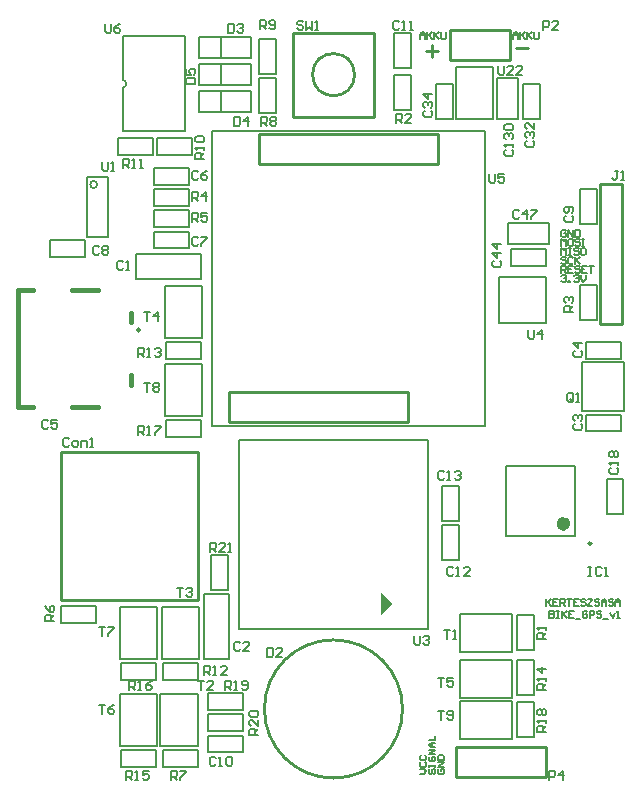
<source format=gto>
G04 Layer_Color=65535*
%FSTAX24Y24*%
%MOIN*%
G70*
G01*
G75*
%ADD34C,0.0080*%
%ADD35C,0.0100*%
%ADD48C,0.0098*%
%ADD49C,0.0236*%
%ADD50C,0.0079*%
%ADD51C,0.0150*%
%ADD52C,0.0050*%
G36*
X08062Y045761D02*
X08021Y045381D01*
Y046141D01*
X08062Y045761D01*
D02*
G37*
D34*
X07161Y062975D02*
G03*
X07161Y063225I0J000125D01*
G01*
X075491Y044914D02*
X08179D01*
X075491Y051213D02*
X08179D01*
X0818Y044931D02*
Y051211D01*
X07548Y044921D02*
Y051211D01*
X070731Y045124D02*
Y045676D01*
X06955D02*
X070731D01*
X06955Y045124D02*
Y045676D01*
Y045124D02*
X070731D01*
X074565Y046209D02*
X075116D01*
Y047391D01*
X074565D02*
X075116D01*
X074565Y046209D02*
Y047391D01*
X07433Y04392D02*
X07515D01*
Y04608D01*
X07433D02*
X07515D01*
X07433Y04392D02*
Y04608D01*
X07291Y043934D02*
X07417D01*
X07291Y045666D02*
X07417D01*
X07291Y043934D02*
Y045666D01*
X07417Y043934D02*
Y045666D01*
X07151Y043934D02*
X07277D01*
X07151Y045666D02*
X07277D01*
X07151Y043934D02*
Y045666D01*
X07277Y043934D02*
Y045666D01*
X072731Y043224D02*
Y043776D01*
X07155D02*
X072731D01*
X07155Y043224D02*
Y043776D01*
Y043224D02*
X072731D01*
X07295D02*
Y043776D01*
Y043224D02*
X074131D01*
Y043776D01*
X07295D02*
X074131D01*
X072873Y041035D02*
X074133D01*
X072873Y042767D02*
X074133D01*
X072873Y041035D02*
Y042767D01*
X074133Y041035D02*
Y042767D01*
X07151Y041034D02*
X07277D01*
X07151Y042766D02*
X07277D01*
X07151Y041034D02*
Y042766D01*
X07277Y041034D02*
Y042766D01*
X07445Y041524D02*
Y042076D01*
Y041524D02*
X075631D01*
Y042076D01*
X07445D02*
X075631D01*
X075631Y042224D02*
Y042776D01*
X07445D02*
X075631D01*
X07445Y042224D02*
Y042776D01*
Y042224D02*
X075631D01*
X07445Y040824D02*
Y04137D01*
Y040824D02*
X075631D01*
Y04137D01*
X07445D02*
X075631D01*
X07295Y040324D02*
Y040876D01*
Y040324D02*
X074131D01*
Y040876D01*
X07295D02*
X074131D01*
X072731Y040324D02*
Y040876D01*
X07155D02*
X072731D01*
X07155Y040324D02*
Y040876D01*
Y040324D02*
X072731D01*
X084765Y042491D02*
X085316D01*
X084765Y041309D02*
Y042491D01*
Y041309D02*
X085316D01*
Y042491D01*
X084765Y042709D02*
X085316D01*
Y043891D01*
X084765D02*
X085316D01*
X084765Y042709D02*
Y043891D01*
X084765Y044209D02*
X085316D01*
Y045391D01*
X084765D02*
X085316D01*
X084765Y044209D02*
Y045391D01*
X084606Y04127D02*
Y04253D01*
X082874Y04127D02*
Y04253D01*
Y04127D02*
X084606D01*
X082874Y04253D02*
X084606D01*
X084592Y042633D02*
Y043893D01*
X08286Y042633D02*
Y043893D01*
Y042633D02*
X084592D01*
X08286Y043893D02*
X084592D01*
X084606Y04417D02*
Y04543D01*
X082874Y04417D02*
Y04543D01*
Y04417D02*
X084606D01*
X082874Y04543D02*
X084606D01*
X08227Y047209D02*
X082816D01*
Y048391D01*
X08227D02*
X082816D01*
X08227Y047209D02*
Y048391D01*
Y048509D02*
X082816D01*
Y049691D01*
X08227D02*
X082816D01*
X08227Y048509D02*
Y049691D01*
X087749Y048746D02*
X088295D01*
Y049927D01*
X087749D02*
X088295D01*
X087749Y048746D02*
Y049927D01*
X088231Y05393D02*
Y054476D01*
X08705D02*
X088231D01*
X08705Y05393D02*
Y054476D01*
Y05393D02*
X088231D01*
X08705Y051524D02*
Y05207D01*
Y051524D02*
X088231D01*
Y05207D01*
X08705D02*
X088231D01*
X08693Y053837D02*
X08831D01*
X08693Y052177D02*
Y053837D01*
Y052177D02*
X08831D01*
Y053837D01*
X08687Y058409D02*
X087416D01*
Y059591D01*
X08687D02*
X087416D01*
X08687Y058409D02*
Y059591D01*
X086865Y056391D02*
X087416D01*
X086865Y055209D02*
Y056391D01*
Y055209D02*
X087416D01*
Y056391D01*
X085731Y05703D02*
Y057576D01*
X08455D02*
X085731D01*
X08455Y05703D02*
Y057576D01*
Y05703D02*
X085731D01*
X08416Y05513D02*
Y05667D01*
Y05513D02*
X08572D01*
Y05667D01*
X08416D02*
X08572D01*
X08446Y058454D02*
X08582D01*
Y057746D02*
Y058454D01*
X08446Y057746D02*
X08582D01*
X08446D02*
Y058454D01*
X073931Y060724D02*
Y061276D01*
X07275D02*
X073931D01*
X07275Y060724D02*
Y061276D01*
Y060724D02*
X073931D01*
X073831Y05973D02*
Y060276D01*
X07265D02*
X073831D01*
X07265Y05973D02*
Y060276D01*
Y05973D02*
X073831D01*
X072631Y060724D02*
Y061276D01*
X07145D02*
X072631D01*
X07145Y060724D02*
Y061276D01*
Y060724D02*
X072631D01*
X069191Y057338D02*
Y057883D01*
Y057338D02*
X070373D01*
Y057883D01*
X069191D02*
X070373D01*
X074231Y051324D02*
Y051876D01*
X07305D02*
X074231D01*
X07305Y051324D02*
Y051876D01*
Y051324D02*
X074231D01*
X07301Y052034D02*
X07427D01*
X07301Y053766D02*
X07427D01*
X07301Y052034D02*
Y053766D01*
X07427Y052034D02*
Y053766D01*
X07305Y053924D02*
Y054476D01*
Y053924D02*
X074231D01*
Y054476D01*
X07305D02*
X074231D01*
X07301Y054634D02*
X07427D01*
X07301Y056366D02*
X07427D01*
X07301Y054634D02*
Y056366D01*
X07427Y054634D02*
Y056366D01*
X07422Y05659D02*
Y05741D01*
X07206D02*
X07422D01*
X07206Y05659D02*
Y05741D01*
Y05659D02*
X07422D01*
X07265Y057624D02*
Y05817D01*
Y057624D02*
X073831D01*
Y05817D01*
X07265D02*
X073831D01*
X07265Y058324D02*
Y058876D01*
Y058324D02*
X073831D01*
Y058876D01*
X07265D02*
X073831D01*
X07265Y059024D02*
Y059576D01*
Y059024D02*
X073831D01*
Y059576D01*
X07265D02*
X073831D01*
X07161Y06151D02*
Y062975D01*
Y063225D02*
Y06469D01*
X07368D01*
Y06151D02*
Y06469D01*
X07161Y06151D02*
X07368D01*
X074174Y063754D02*
X075906D01*
Y063046D02*
Y063754D01*
X074174Y063046D02*
X075906D01*
X074174D02*
Y063754D01*
X074883Y063085D02*
Y063754D01*
X074174Y062854D02*
X075906D01*
Y062146D02*
Y062854D01*
X074174Y062146D02*
X075906D01*
X074174D02*
Y062854D01*
X074883Y062185D02*
Y062854D01*
X076165Y062109D02*
X076716D01*
Y063291D01*
X076165D02*
X076716D01*
X076165Y062109D02*
Y063291D01*
X074174Y064654D02*
X075906D01*
Y063946D02*
Y064654D01*
X074174Y063946D02*
X075906D01*
X074174D02*
Y064654D01*
X074883Y063985D02*
Y064654D01*
X074591Y061528D02*
X083681D01*
X074591Y051688D02*
Y061528D01*
Y051688D02*
X083691D01*
Y061528D01*
X080665Y062209D02*
X081216D01*
Y063391D01*
X080665D02*
X081216D01*
X080665Y062209D02*
Y063391D01*
Y064791D02*
X08121D01*
X080665Y063609D02*
Y064791D01*
Y063609D02*
X08121D01*
Y064791D01*
X08397Y061934D02*
Y063666D01*
X08271Y061934D02*
Y063666D01*
X08397D01*
X08271Y061934D02*
X08397D01*
X08207Y061909D02*
X082616D01*
Y063091D01*
X08207D02*
X082616D01*
X08207Y061909D02*
Y063091D01*
X084086Y06192D02*
Y06328D01*
X084795D01*
Y06192D02*
Y06328D01*
X084086Y06192D02*
X084795D01*
X084965Y063091D02*
X08551D01*
X084965Y061909D02*
Y063091D01*
Y061909D02*
X08551D01*
Y063091D01*
X076165Y063409D02*
X076716D01*
Y064591D01*
X076165D02*
X076716D01*
X076165Y063409D02*
Y064591D01*
X08134Y0447D02*
Y04445D01*
X08139Y0444D01*
X08149D01*
X08154Y04445D01*
Y0447D01*
X08164Y04465D02*
X08169Y0447D01*
X08179D01*
X08184Y04465D01*
Y0446D01*
X08179Y04455D01*
X08174D01*
X08179D01*
X08184Y0445D01*
Y04445D01*
X08179Y0444D01*
X08169D01*
X08164Y04445D01*
X06934Y0452D02*
X06904D01*
Y04535D01*
X06909Y0454D01*
X06919D01*
X06924Y04535D01*
Y0452D01*
Y0453D02*
X06934Y0454D01*
X06904Y0457D02*
X06909Y0456D01*
X06919Y0455D01*
X06929D01*
X06934Y04555D01*
Y04565D01*
X06929Y0457D01*
X06924D01*
X06919Y04565D01*
Y0455D01*
X07454Y0475D02*
Y0478D01*
X07469D01*
X07474Y04775D01*
Y04765D01*
X07469Y0476D01*
X07454D01*
X07464D02*
X07474Y0475D01*
X07504D02*
X07484D01*
X07504Y0477D01*
Y04775D01*
X07499Y0478D01*
X07489D01*
X07484Y04775D01*
X07514Y0475D02*
X07524D01*
X07519D01*
Y0478D01*
X07514Y04775D01*
X07554Y04445D02*
X07549Y0445D01*
X07539D01*
X07534Y04445D01*
Y04425D01*
X07539Y0442D01*
X07549D01*
X07554Y04425D01*
X07584Y0442D02*
X07564D01*
X07584Y0444D01*
Y04445D01*
X07579Y0445D01*
X07569D01*
X07564Y04445D01*
X07344Y0463D02*
X07364D01*
X07354D01*
Y046D01*
X07374Y04625D02*
X07379Y0463D01*
X07389D01*
X07394Y04625D01*
Y0462D01*
X07389Y04615D01*
X07384D01*
X07389D01*
X07394Y0461D01*
Y04605D01*
X07389Y046D01*
X07379D01*
X07374Y04605D01*
X07084Y045D02*
X07104D01*
X07094D01*
Y0447D01*
X07114Y045D02*
X07134D01*
Y04495D01*
X07114Y04475D01*
Y0447D01*
X07184Y0429D02*
Y0432D01*
X07199D01*
X07204Y04315D01*
Y04305D01*
X07199Y043D01*
X07184D01*
X07194D02*
X07204Y0429D01*
X07214D02*
X07224D01*
X07219D01*
Y0432D01*
X07214Y04315D01*
X07259Y0432D02*
X07249Y04315D01*
X07239Y04305D01*
Y04295D01*
X07244Y0429D01*
X07254D01*
X07259Y04295D01*
Y043D01*
X07254Y04305D01*
X07239D01*
X07434Y0434D02*
Y0437D01*
X07449D01*
X07454Y04365D01*
Y04355D01*
X07449Y0435D01*
X07434D01*
X07444D02*
X07454Y0434D01*
X07464D02*
X07474D01*
X07469D01*
Y0437D01*
X07464Y04365D01*
X07509Y0434D02*
X07489D01*
X07509Y0436D01*
Y04365D01*
X07504Y0437D01*
X07494D01*
X07489Y04365D01*
X07414Y0432D02*
X07434D01*
X07424D01*
Y0429D01*
X07464D02*
X07444D01*
X07464Y0431D01*
Y04315D01*
X07459Y0432D01*
X07449D01*
X07444Y04315D01*
X07084Y0424D02*
X07104D01*
X07094D01*
Y0421D01*
X07134Y0424D02*
X07124Y04235D01*
X07114Y04225D01*
Y04215D01*
X07119Y0421D01*
X07129D01*
X07134Y04215D01*
Y0422D01*
X07129Y04225D01*
X07114D01*
X07614Y0414D02*
X07584D01*
Y04155D01*
X07589Y0416D01*
X07599D01*
X07604Y04155D01*
Y0414D01*
Y0415D02*
X07614Y0416D01*
Y0419D02*
Y0417D01*
X07594Y0419D01*
X07589D01*
X07584Y04185D01*
Y04175D01*
X07589Y0417D01*
Y042D02*
X07584Y04205D01*
Y04215D01*
X07589Y0422D01*
X07609D01*
X07614Y04215D01*
Y04205D01*
X07609Y042D01*
X07589D01*
X07504Y0429D02*
Y0432D01*
X07519D01*
X07524Y04315D01*
Y04305D01*
X07519Y043D01*
X07504D01*
X07514D02*
X07524Y0429D01*
X07534D02*
X07544D01*
X07539D01*
Y0432D01*
X07534Y04315D01*
X07559Y04295D02*
X07564Y0429D01*
X07574D01*
X07579Y04295D01*
Y04315D01*
X07574Y0432D01*
X07564D01*
X07559Y04315D01*
Y0431D01*
X07564Y04305D01*
X07579D01*
X074713Y040623D02*
X074663Y040673D01*
X074563D01*
X074513Y040623D01*
Y040423D01*
X074563Y040373D01*
X074663D01*
X074713Y040423D01*
X074813Y040373D02*
X074913D01*
X074863D01*
Y040673D01*
X074813Y040623D01*
X075063D02*
X075113Y040673D01*
X075213D01*
X075263Y040623D01*
Y040423D01*
X075213Y040373D01*
X075113D01*
X075063Y040423D01*
Y040623D01*
X07324Y0399D02*
Y0402D01*
X07339D01*
X07344Y04015D01*
Y04005D01*
X07339Y04D01*
X07324D01*
X07334D02*
X07344Y0399D01*
X07354Y0402D02*
X07374D01*
Y04015D01*
X07354Y03995D01*
Y0399D01*
X07174D02*
Y0402D01*
X07189D01*
X07194Y04015D01*
Y04005D01*
X07189Y04D01*
X07174D01*
X07184D02*
X07194Y0399D01*
X07204D02*
X07214D01*
X07209D01*
Y0402D01*
X07204Y04015D01*
X07249Y0402D02*
X07229D01*
Y04005D01*
X07239Y0401D01*
X07244D01*
X07249Y04005D01*
Y03995D01*
X07244Y0399D01*
X07234D01*
X07229Y03995D01*
X07644Y0443D02*
Y044D01*
X07659D01*
X07664Y04405D01*
Y04425D01*
X07659Y0443D01*
X07644D01*
X07694Y044D02*
X07674D01*
X07694Y0442D01*
Y04425D01*
X07689Y0443D01*
X07679D01*
X07674Y04425D01*
X08574Y0415D02*
X08544D01*
Y04165D01*
X08549Y0417D01*
X08559D01*
X08564Y04165D01*
Y0415D01*
Y0416D02*
X08574Y0417D01*
Y0418D02*
Y0419D01*
Y04185D01*
X08544D01*
X08549Y0418D01*
Y04205D02*
X08544Y0421D01*
Y0422D01*
X08549Y04225D01*
X08554D01*
X08559Y0422D01*
X08564Y04225D01*
X08569D01*
X08574Y0422D01*
Y0421D01*
X08569Y04205D01*
X08564D01*
X08559Y0421D01*
X08554Y04205D01*
X08549D01*
X08559Y0421D02*
Y0422D01*
X08574Y0429D02*
X08544D01*
Y04305D01*
X08549Y0431D01*
X08559D01*
X08564Y04305D01*
Y0429D01*
Y043D02*
X08574Y0431D01*
Y0432D02*
Y0433D01*
Y04325D01*
X08544D01*
X08549Y0432D01*
X08574Y0436D02*
X08544D01*
X08559Y04345D01*
Y04365D01*
X08574Y0446D02*
X08544D01*
Y04475D01*
X08549Y0448D01*
X08559D01*
X08564Y04475D01*
Y0446D01*
Y0447D02*
X08574Y0448D01*
Y0449D02*
Y045D01*
Y04495D01*
X08544D01*
X08549Y0449D01*
X08584Y0399D02*
Y0402D01*
X08599D01*
X08604Y04015D01*
Y04005D01*
X08599Y04D01*
X08584D01*
X08629Y0399D02*
Y0402D01*
X08614Y04005D01*
X08634D01*
X08214Y0422D02*
X08234D01*
X08224D01*
Y0419D01*
X08244Y04195D02*
X08249Y0419D01*
X08259D01*
X08264Y04195D01*
Y04215D01*
X08259Y0422D01*
X08249D01*
X08244Y04215D01*
Y0421D01*
X08249Y04205D01*
X08264D01*
X08214Y0433D02*
X08234D01*
X08224D01*
Y043D01*
X08264Y0433D02*
X08244D01*
Y04315D01*
X08254Y0432D01*
X08259D01*
X08264Y04315D01*
Y04305D01*
X08259Y043D01*
X08249D01*
X08244Y04305D01*
X08234Y0449D02*
X08254D01*
X08244D01*
Y0446D01*
X08264D02*
X08274D01*
X08269D01*
Y0449D01*
X08264Y04485D01*
X08264Y04695D02*
X08259Y047D01*
X08249D01*
X08244Y04695D01*
Y04675D01*
X08249Y0467D01*
X08259D01*
X08264Y04675D01*
X08274Y0467D02*
X08284D01*
X08279D01*
Y047D01*
X08274Y04695D01*
X08319Y0467D02*
X08299D01*
X08319Y0469D01*
Y04695D01*
X08314Y047D01*
X08304D01*
X08299Y04695D01*
X08234Y05015D02*
X08229Y0502D01*
X08219D01*
X08214Y05015D01*
Y04995D01*
X08219Y0499D01*
X08229D01*
X08234Y04995D01*
X08244Y0499D02*
X08254D01*
X08249D01*
Y0502D01*
X08244Y05015D01*
X08269D02*
X08274Y0502D01*
X08284D01*
X08289Y05015D01*
Y0501D01*
X08284Y05005D01*
X08279D01*
X08284D01*
X08289Y05D01*
Y04995D01*
X08284Y0499D01*
X08274D01*
X08269Y04995D01*
X08714Y047D02*
X08724D01*
X08719D01*
Y0467D01*
X08714D01*
X08724D01*
X08759Y04695D02*
X08754Y047D01*
X08744D01*
X08739Y04695D01*
Y04675D01*
X08744Y0467D01*
X08754D01*
X08759Y04675D01*
X08769Y0467D02*
X08779D01*
X08774D01*
Y047D01*
X08769Y04695D01*
X08789Y0503D02*
X08784Y05025D01*
Y05015D01*
X08789Y0501D01*
X08809D01*
X08814Y05015D01*
Y05025D01*
X08809Y0503D01*
X08814Y0504D02*
Y0505D01*
Y05045D01*
X08784D01*
X08789Y0504D01*
Y05065D02*
X08784Y0507D01*
Y0508D01*
X08789Y05085D01*
X08794D01*
X08799Y0508D01*
X08804Y05085D01*
X08809D01*
X08814Y0508D01*
Y0507D01*
X08809Y05065D01*
X08804D01*
X08799Y0507D01*
X08794Y05065D01*
X08789D01*
X08799Y0507D02*
Y0508D01*
X08669Y0542D02*
X08664Y05415D01*
Y05405D01*
X08669Y054D01*
X08689D01*
X08694Y05405D01*
Y05415D01*
X08689Y0542D01*
X08694Y05445D02*
X08664D01*
X08679Y0543D01*
Y0545D01*
X08669Y051767D02*
X08664Y051717D01*
Y051617D01*
X08669Y051567D01*
X08689D01*
X08694Y051617D01*
Y051717D01*
X08689Y051767D01*
X08669Y051867D02*
X08664Y051917D01*
Y052017D01*
X08669Y052067D01*
X08674D01*
X08679Y052017D01*
Y051967D01*
Y052017D01*
X08684Y052067D01*
X08689D01*
X08694Y052017D01*
Y051917D01*
X08689Y051867D01*
X08664Y05255D02*
Y05275D01*
X08659Y0528D01*
X08649D01*
X08644Y05275D01*
Y05255D01*
X08649Y0525D01*
X08659D01*
X08654Y0526D02*
X08664Y0525D01*
X08659D02*
X08664Y05255D01*
X08674Y0525D02*
X08684D01*
X08679D01*
Y0528D01*
X08674Y05275D01*
X08814Y0602D02*
X08804D01*
X08809D01*
Y05995D01*
X08804Y0599D01*
X08799D01*
X08794Y05995D01*
X08824Y0599D02*
X08834D01*
X08829D01*
Y0602D01*
X08824Y06015D01*
X08639Y0587D02*
X08634Y05865D01*
Y05855D01*
X08639Y0585D01*
X08659D01*
X08664Y05855D01*
Y05865D01*
X08659Y0587D01*
Y0588D02*
X08664Y05885D01*
Y05895D01*
X08659Y059D01*
X08639D01*
X08634Y05895D01*
Y05885D01*
X08639Y0588D01*
X08644D01*
X08649Y05885D01*
Y059D01*
X08664Y0555D02*
X08634D01*
Y05565D01*
X08639Y0557D01*
X08649D01*
X08654Y05565D01*
Y0555D01*
Y0556D02*
X08664Y0557D01*
X08639Y0558D02*
X08634Y05585D01*
Y05595D01*
X08639Y056D01*
X08644D01*
X08649Y05595D01*
Y0559D01*
Y05595D01*
X08654Y056D01*
X08659D01*
X08664Y05595D01*
Y05585D01*
X08659Y0558D01*
X08399Y0572D02*
X08394Y05715D01*
Y05705D01*
X08399Y057D01*
X08419D01*
X08424Y05705D01*
Y05715D01*
X08419Y0572D01*
X08424Y05745D02*
X08394D01*
X08409Y0573D01*
Y0575D01*
X08424Y05775D02*
X08394D01*
X08409Y0576D01*
Y0578D01*
X085137Y0549D02*
Y05465D01*
X085187Y0546D01*
X085287D01*
X085337Y05465D01*
Y0549D01*
X085587Y0546D02*
Y0549D01*
X085437Y05475D01*
X085637D01*
X08484Y05885D02*
X08479Y0589D01*
X08469D01*
X08464Y05885D01*
Y05865D01*
X08469Y0586D01*
X08479D01*
X08484Y05865D01*
X08509Y0586D02*
Y0589D01*
X08494Y05875D01*
X08514D01*
X08524Y0589D02*
X08544D01*
Y05885D01*
X08524Y05865D01*
Y0586D01*
X07434Y0606D02*
X07404D01*
Y06075D01*
X07409Y0608D01*
X07419D01*
X07424Y06075D01*
Y0606D01*
Y0607D02*
X07434Y0608D01*
Y0609D02*
Y061D01*
Y06095D01*
X07404D01*
X07409Y0609D01*
Y06115D02*
X07404Y0612D01*
Y0613D01*
X07409Y06135D01*
X07429D01*
X07434Y0613D01*
Y0612D01*
X07429Y06115D01*
X07409D01*
X07414Y06015D02*
X07409Y0602D01*
X07399D01*
X07394Y06015D01*
Y05995D01*
X07399Y0599D01*
X07409D01*
X07414Y05995D01*
X07444Y0602D02*
X07434Y06015D01*
X07424Y06005D01*
Y05995D01*
X07429Y0599D01*
X07439D01*
X07444Y05995D01*
Y06D01*
X07439Y06005D01*
X07424D01*
X07164Y0603D02*
Y0606D01*
X07179D01*
X07184Y06055D01*
Y06045D01*
X07179Y0604D01*
X07164D01*
X07174D02*
X07184Y0603D01*
X07194D02*
X07204D01*
X07199D01*
Y0606D01*
X07194Y06055D01*
X07219Y0603D02*
X07229D01*
X07224D01*
Y0606D01*
X07219Y06055D01*
X07094Y0605D02*
Y06025D01*
X07099Y0602D01*
X07109D01*
X07114Y06025D01*
Y0605D01*
X07124Y0602D02*
X07134D01*
X07129D01*
Y0605D01*
X07124Y06045D01*
X07084Y05765D02*
X07079Y0577D01*
X07069D01*
X07064Y05765D01*
Y05745D01*
X07069Y0574D01*
X07079D01*
X07084Y05745D01*
X07094Y05765D02*
X07099Y0577D01*
X07109D01*
X07114Y05765D01*
Y0576D01*
X07109Y05755D01*
X07114Y0575D01*
Y05745D01*
X07109Y0574D01*
X07099D01*
X07094Y05745D01*
Y0575D01*
X07099Y05755D01*
X07094Y0576D01*
Y05765D01*
X07099Y05755D02*
X07109D01*
X06914Y05185D02*
X06909Y0519D01*
X06899D01*
X06894Y05185D01*
Y05165D01*
X06899Y0516D01*
X06909D01*
X06914Y05165D01*
X06944Y0519D02*
X06924D01*
Y05175D01*
X06934Y0518D01*
X06939D01*
X06944Y05175D01*
Y05165D01*
X06939Y0516D01*
X06929D01*
X06924Y05165D01*
X06984Y05125D02*
X06979Y0513D01*
X06969D01*
X06964Y05125D01*
Y05105D01*
X06969Y051D01*
X06979D01*
X06984Y05105D01*
X06999Y051D02*
X07009D01*
X07014Y05105D01*
Y05115D01*
X07009Y0512D01*
X06999D01*
X06994Y05115D01*
Y05105D01*
X06999Y051D01*
X07024D02*
Y0512D01*
X07039D01*
X07044Y05115D01*
Y051D01*
X07054D02*
X07064D01*
X07059D01*
Y0513D01*
X07054Y05125D01*
X07214Y0514D02*
Y0517D01*
X07229D01*
X07234Y05165D01*
Y05155D01*
X07229Y0515D01*
X07214D01*
X07224D02*
X07234Y0514D01*
X07244D02*
X07254D01*
X07249D01*
Y0517D01*
X07244Y05165D01*
X07269Y0517D02*
X07289D01*
Y05165D01*
X07269Y05145D01*
Y0514D01*
X07234Y053135D02*
X07254D01*
X07244D01*
Y052835D01*
X07264Y053085D02*
X07269Y053135D01*
X07279D01*
X07284Y053085D01*
Y053035D01*
X07279Y052985D01*
X07284Y052935D01*
Y052885D01*
X07279Y052835D01*
X07269D01*
X07264Y052885D01*
Y052935D01*
X07269Y052985D01*
X07264Y053035D01*
Y053085D01*
X07269Y052985D02*
X07279D01*
X07214Y054D02*
Y0543D01*
X07229D01*
X07234Y05425D01*
Y05415D01*
X07229Y0541D01*
X07214D01*
X07224D02*
X07234Y054D01*
X07244D02*
X07254D01*
X07249D01*
Y0543D01*
X07244Y05425D01*
X07269D02*
X07274Y0543D01*
X07284D01*
X07289Y05425D01*
Y0542D01*
X07284Y05415D01*
X07279D01*
X07284D01*
X07289Y0541D01*
Y05405D01*
X07284Y054D01*
X07274D01*
X07269Y05405D01*
X07234Y0555D02*
X07254D01*
X07244D01*
Y0552D01*
X07279D02*
Y0555D01*
X07264Y05535D01*
X07284D01*
X07164Y05715D02*
X07159Y0572D01*
X07149D01*
X07144Y05715D01*
Y05695D01*
X07149Y0569D01*
X07159D01*
X07164Y05695D01*
X07174Y0569D02*
X07184D01*
X07179D01*
Y0572D01*
X07174Y05715D01*
X07414Y05795D02*
X07409Y058D01*
X07399D01*
X07394Y05795D01*
Y05775D01*
X07399Y0577D01*
X07409D01*
X07414Y05775D01*
X07424Y058D02*
X07444D01*
Y05795D01*
X07424Y05775D01*
Y0577D01*
X07394Y0585D02*
Y0588D01*
X07409D01*
X07414Y05875D01*
Y05865D01*
X07409Y0586D01*
X07394D01*
X07404D02*
X07414Y0585D01*
X07444Y0588D02*
X07424D01*
Y05865D01*
X07434Y0587D01*
X07439D01*
X07444Y05865D01*
Y05855D01*
X07439Y0585D01*
X07429D01*
X07424Y05855D01*
X07394Y0592D02*
Y0595D01*
X07409D01*
X07414Y05945D01*
Y05935D01*
X07409Y0593D01*
X07394D01*
X07404D02*
X07414Y0592D01*
X07439D02*
Y0595D01*
X07424Y05935D01*
X07444D01*
X07104Y0651D02*
Y06485D01*
X07109Y0648D01*
X07119D01*
X07124Y06485D01*
Y0651D01*
X07154D02*
X07144Y06505D01*
X07134Y06495D01*
Y06485D01*
X07139Y0648D01*
X07149D01*
X07154Y06485D01*
Y0649D01*
X07149Y06495D01*
X07134D01*
X07374Y0631D02*
X07404D01*
Y06325D01*
X07399Y0633D01*
X07379D01*
X07374Y06325D01*
Y0631D01*
Y0636D02*
Y0634D01*
X07389D01*
X07384Y0635D01*
Y06355D01*
X07389Y0636D01*
X07399D01*
X07404Y06355D01*
Y06345D01*
X07399Y0634D01*
X07534Y062D02*
Y0617D01*
X07549D01*
X07554Y06175D01*
Y06195D01*
X07549Y062D01*
X07534D01*
X07579Y0617D02*
Y062D01*
X07564Y06185D01*
X07584D01*
X07624Y0617D02*
Y062D01*
X07639D01*
X07644Y06195D01*
Y06185D01*
X07639Y0618D01*
X07624D01*
X07634D02*
X07644Y0617D01*
X07654Y06195D02*
X07659Y062D01*
X07669D01*
X07674Y06195D01*
Y0619D01*
X07669Y06185D01*
X07674Y0618D01*
Y06175D01*
X07669Y0617D01*
X07659D01*
X07654Y06175D01*
Y0618D01*
X07659Y06185D01*
X07654Y0619D01*
Y06195D01*
X07659Y06185D02*
X07669D01*
X07764Y065145D02*
X07759Y065195D01*
X07749D01*
X07744Y065145D01*
Y065095D01*
X07749Y065045D01*
X07759D01*
X07764Y064995D01*
Y064945D01*
X07759Y064895D01*
X07749D01*
X07744Y064945D01*
X07774Y065195D02*
Y064895D01*
X07784Y064995D01*
X07794Y064895D01*
Y065195D01*
X07804Y064895D02*
X07814D01*
X07809D01*
Y065195D01*
X07804Y065145D01*
X07514Y0651D02*
Y0648D01*
X07529D01*
X07534Y06485D01*
Y06505D01*
X07529Y0651D01*
X07514D01*
X07544Y06505D02*
X07549Y0651D01*
X07559D01*
X07564Y06505D01*
Y065D01*
X07559Y06495D01*
X07554D01*
X07559D01*
X07564Y0649D01*
Y06485D01*
X07559Y0648D01*
X07549D01*
X07544Y06485D01*
X08384Y0601D02*
Y05985D01*
X08389Y0598D01*
X08399D01*
X08404Y05985D01*
Y0601D01*
X08434D02*
X08414D01*
Y05995D01*
X08424Y06D01*
X08429D01*
X08434Y05995D01*
Y05985D01*
X08429Y0598D01*
X08419D01*
X08414Y05985D01*
X08074Y0618D02*
Y0621D01*
X08089D01*
X08094Y06205D01*
Y06195D01*
X08089Y0619D01*
X08074D01*
X08084D02*
X08094Y0618D01*
X08124D02*
X08104D01*
X08124Y062D01*
Y06205D01*
X08119Y0621D01*
X08109D01*
X08104Y06205D01*
X08084Y065145D02*
X08079Y065195D01*
X08069D01*
X08064Y065145D01*
Y064945D01*
X08069Y064895D01*
X08079D01*
X08084Y064945D01*
X08094Y064895D02*
X08104D01*
X08099D01*
Y065195D01*
X08094Y065145D01*
X08119Y064895D02*
X08129D01*
X08124D01*
Y065195D01*
X08119Y065145D01*
X08414Y0637D02*
Y06345D01*
X08419Y0634D01*
X08429D01*
X08434Y06345D01*
Y0637D01*
X08464Y0634D02*
X08444D01*
X08464Y0636D01*
Y06365D01*
X08459Y0637D01*
X08449D01*
X08444Y06365D01*
X08494Y0634D02*
X08474D01*
X08494Y0636D01*
Y06365D01*
X08489Y0637D01*
X08479D01*
X08474Y06365D01*
X08169Y0622D02*
X08164Y06215D01*
Y06205D01*
X08169Y062D01*
X08189D01*
X08194Y06205D01*
Y06215D01*
X08189Y0622D01*
X08169Y0623D02*
X08164Y06235D01*
Y06245D01*
X08169Y0625D01*
X08174D01*
X08179Y06245D01*
Y0624D01*
Y06245D01*
X08184Y0625D01*
X08189D01*
X08194Y06245D01*
Y06235D01*
X08189Y0623D01*
X08194Y06275D02*
X08164D01*
X08179Y0626D01*
Y0628D01*
X08564Y0649D02*
Y0652D01*
X08579D01*
X08584Y06515D01*
Y06505D01*
X08579Y065D01*
X08564D01*
X08614Y0649D02*
X08594D01*
X08614Y0651D01*
Y06515D01*
X08609Y0652D01*
X08599D01*
X08594Y06515D01*
X08439Y0609D02*
X08434Y06085D01*
Y06075D01*
X08439Y0607D01*
X08459D01*
X08464Y06075D01*
Y06085D01*
X08459Y0609D01*
X08464Y061D02*
Y0611D01*
Y06105D01*
X08434D01*
X08439Y061D01*
Y06125D02*
X08434Y0613D01*
Y0614D01*
X08439Y06145D01*
X08444D01*
X08449Y0614D01*
Y06135D01*
Y0614D01*
X08454Y06145D01*
X08459D01*
X08464Y0614D01*
Y0613D01*
X08459Y06125D01*
X08439Y06155D02*
X08434Y0616D01*
Y0617D01*
X08439Y06175D01*
X08459D01*
X08464Y0617D01*
Y0616D01*
X08459Y06155D01*
X08439D01*
X08509Y0612D02*
X08504Y06115D01*
Y06105D01*
X08509Y061D01*
X08529D01*
X08534Y06105D01*
Y06115D01*
X08529Y0612D01*
X08509Y0613D02*
X08504Y06135D01*
Y06145D01*
X08509Y0615D01*
X08514D01*
X08519Y06145D01*
Y0614D01*
Y06145D01*
X08524Y0615D01*
X08529D01*
X08534Y06145D01*
Y06135D01*
X08529Y0613D01*
X08534Y0618D02*
Y0616D01*
X08514Y0618D01*
X08509D01*
X08504Y06175D01*
Y06165D01*
X08509Y0616D01*
X0762Y06491D02*
Y06521D01*
X07635D01*
X0764Y06516D01*
Y06506D01*
X07635Y06501D01*
X0762D01*
X0763D02*
X0764Y06491D01*
X0765Y06496D02*
X07655Y06491D01*
X07665D01*
X0767Y06496D01*
Y06516D01*
X07665Y06521D01*
X07655D01*
X0765Y06516D01*
Y06511D01*
X07655Y06506D01*
X0767D01*
D35*
X080943Y042259D02*
G03*
X080943Y042259I-002303J0D01*
G01*
X079345Y063404D02*
G03*
X079345Y063404I-000702J0D01*
G01*
X08574Y04D02*
Y041D01*
X08274D02*
X08574D01*
X08274Y04D02*
Y041D01*
Y04D02*
X08574D01*
X087522Y059767D02*
X088252D01*
X087522Y055091D02*
Y059767D01*
Y055091D02*
X088252D01*
Y059767D01*
X069559Y050811D02*
X074139D01*
Y045881D02*
Y050811D01*
X069559Y045881D02*
X074139D01*
X069559D02*
Y050811D01*
X077293Y062004D02*
X079893D01*
X077293D02*
Y064804D01*
X079993D01*
Y062004D02*
Y064804D01*
X077293Y062004D02*
X079993D01*
X075148Y052829D02*
X08114D01*
Y051829D02*
Y052829D01*
X075148Y051829D02*
X08114D01*
X075148D02*
Y052829D01*
X076148Y061429D02*
X08214D01*
Y060429D02*
Y061429D01*
X076148Y060429D02*
X08214D01*
X076148D02*
Y061429D01*
X08454Y0639D02*
Y0649D01*
X08254D02*
X08454D01*
X08254Y0639D02*
Y0649D01*
Y0639D02*
X08454D01*
X08214Y0642D02*
X08174D01*
X08194Y064D02*
Y0644D01*
X08514Y0643D02*
X08474D01*
D48*
X087243Y047773D02*
G03*
X087243Y047773I-000049J0D01*
G01*
X072193Y054897D02*
G03*
X072193Y054897I-000049J0D01*
G01*
D49*
X086426Y048432D02*
G03*
X086426Y048432I-000118J0D01*
G01*
D50*
X070766Y059739D02*
G03*
X070766Y059739I-000118J0D01*
G01*
X086702Y048039D02*
Y050361D01*
X084379Y048039D02*
Y050361D01*
Y048039D02*
X086702D01*
X084379Y050361D02*
X086702D01*
X070412Y058007D02*
Y059976D01*
X071121Y058007D02*
Y059976D01*
X070412D02*
X071121D01*
X070412Y058007D02*
X071121D01*
D51*
X068109Y052318D02*
Y056216D01*
Y052318D02*
X068621D01*
X06992D02*
X070786D01*
X06992Y056216D02*
X070786D01*
X068109D02*
X068621D01*
X071888Y053066D02*
Y053381D01*
Y055153D02*
Y055468D01*
D52*
X08464Y0646D02*
Y064753D01*
X084717Y06483D01*
X084794Y064753D01*
Y0646D01*
Y064715D01*
X08464D01*
X08487Y06483D02*
Y0646D01*
Y064677D01*
X085024Y06483D01*
X084909Y064715D01*
X085024Y0646D01*
X0851Y06483D02*
Y0646D01*
Y064677D01*
X085253Y06483D01*
X085138Y064715D01*
X085253Y0646D01*
X08533Y06483D02*
Y064638D01*
X085368Y0646D01*
X085445D01*
X085483Y064638D01*
Y06483D01*
X08154Y0646D02*
Y064753D01*
X081617Y06483D01*
X081694Y064753D01*
Y0646D01*
Y064715D01*
X08154D01*
X08177Y06483D02*
Y0646D01*
Y064677D01*
X081924Y06483D01*
X081809Y064715D01*
X081924Y0646D01*
X082Y06483D02*
Y0646D01*
Y064677D01*
X082153Y06483D01*
X082038Y064715D01*
X082153Y0646D01*
X08223Y06483D02*
Y064638D01*
X082268Y0646D01*
X082345D01*
X082383Y064638D01*
Y06483D01*
X08151Y0401D02*
X081664D01*
X08174Y040177D01*
X081664Y040253D01*
X08151D01*
X081549Y040483D02*
X08151Y040445D01*
Y040368D01*
X081549Y04033D01*
X081702D01*
X08174Y040368D01*
Y040445D01*
X081702Y040483D01*
X081549Y040713D02*
X08151Y040675D01*
Y040598D01*
X081549Y04056D01*
X081702D01*
X08174Y040598D01*
Y040675D01*
X081702Y040713D01*
X081849Y040253D02*
X08181Y040215D01*
Y040138D01*
X081849Y0401D01*
X081887D01*
X081925Y040138D01*
Y040215D01*
X081964Y040253D01*
X082002D01*
X08204Y040215D01*
Y040138D01*
X082002Y0401D01*
X08181Y04033D02*
Y040407D01*
Y040368D01*
X08204D01*
Y04033D01*
Y040407D01*
X081849Y040675D02*
X08181Y040636D01*
Y04056D01*
X081849Y040522D01*
X082002D01*
X08204Y04056D01*
Y040636D01*
X082002Y040675D01*
X081925D01*
Y040598D01*
X08204Y040751D02*
X08181D01*
X08204Y040905D01*
X08181D01*
X08204Y040981D02*
X081887D01*
X08181Y041058D01*
X081887Y041135D01*
X08204D01*
X081925D01*
Y040981D01*
X08181Y041211D02*
X08204D01*
Y041365D01*
X082149Y040253D02*
X08211Y040215D01*
Y040138D01*
X082149Y0401D01*
X082302D01*
X08234Y040138D01*
Y040215D01*
X082302Y040253D01*
X082225D01*
Y040177D01*
X08234Y04033D02*
X08211D01*
X08234Y040483D01*
X08211D01*
Y04056D02*
X08234D01*
Y040675D01*
X082302Y040713D01*
X082149D01*
X08211Y040675D01*
Y04056D01*
X08584Y04553D02*
Y0453D01*
X085955D01*
X085994Y045338D01*
Y045377D01*
X085955Y045415D01*
X08584D01*
X085955D01*
X085994Y045453D01*
Y045492D01*
X085955Y04553D01*
X08584D01*
X08607D02*
X086147D01*
X086109D01*
Y0453D01*
X08607D01*
X086147D01*
X086262Y04553D02*
Y0453D01*
Y045377D01*
X086415Y04553D01*
X0863Y045415D01*
X086415Y0453D01*
X086645Y04553D02*
X086492D01*
Y0453D01*
X086645D01*
X086492Y045415D02*
X086568D01*
X086722Y045262D02*
X086875D01*
X087105Y045492D02*
X087067Y04553D01*
X08699D01*
X086952Y045492D01*
Y045338D01*
X08699Y0453D01*
X087067D01*
X087105Y045338D01*
Y045415D01*
X087028D01*
X087182Y0453D02*
Y04553D01*
X087297D01*
X087335Y045492D01*
Y045415D01*
X087297Y045377D01*
X087182D01*
X087565Y045492D02*
X087526Y04553D01*
X08745D01*
X087411Y045492D01*
Y045453D01*
X08745Y045415D01*
X087526D01*
X087565Y045377D01*
Y045338D01*
X087526Y0453D01*
X08745D01*
X087411Y045338D01*
X087641Y045262D02*
X087795D01*
X087871Y045453D02*
X087948Y0453D01*
X088025Y045453D01*
X088101Y0453D02*
X088178D01*
X08814D01*
Y04553D01*
X088101Y045492D01*
X08574Y04593D02*
Y0457D01*
Y045777D01*
X085894Y04593D01*
X085779Y045815D01*
X085894Y0457D01*
X086124Y04593D02*
X08597D01*
Y0457D01*
X086124D01*
X08597Y045815D02*
X086047D01*
X0862Y0457D02*
Y04593D01*
X086315D01*
X086353Y045892D01*
Y045815D01*
X086315Y045777D01*
X0862D01*
X086277D02*
X086353Y0457D01*
X08643Y04593D02*
X086583D01*
X086507D01*
Y0457D01*
X086813Y04593D02*
X08666D01*
Y0457D01*
X086813D01*
X08666Y045815D02*
X086737D01*
X087043Y045892D02*
X087005Y04593D01*
X086928D01*
X08689Y045892D01*
Y045853D01*
X086928Y045815D01*
X087005D01*
X087043Y045777D01*
Y045738D01*
X087005Y0457D01*
X086928D01*
X08689Y045738D01*
X08712Y04593D02*
X087273D01*
Y045892D01*
X08712Y045738D01*
Y0457D01*
X087273D01*
X087503Y045892D02*
X087465Y04593D01*
X087388D01*
X08735Y045892D01*
Y045853D01*
X087388Y045815D01*
X087465D01*
X087503Y045777D01*
Y045738D01*
X087465Y0457D01*
X087388D01*
X08735Y045738D01*
X08758Y0457D02*
Y045853D01*
X087656Y04593D01*
X087733Y045853D01*
Y0457D01*
Y045815D01*
X08758D01*
X087963Y045892D02*
X087925Y04593D01*
X087848D01*
X08781Y045892D01*
Y045853D01*
X087848Y045815D01*
X087925D01*
X087963Y045777D01*
Y045738D01*
X087925Y0457D01*
X087848D01*
X08781Y045738D01*
X08804Y0457D02*
Y045853D01*
X088116Y04593D01*
X088193Y045853D01*
Y0457D01*
Y045815D01*
X08804D01*
X08624Y056692D02*
X086279Y05673D01*
X086355D01*
X086394Y056692D01*
Y056653D01*
X086355Y056615D01*
X086317D01*
X086355D01*
X086394Y056577D01*
Y056538D01*
X086355Y0565D01*
X086279D01*
X08624Y056538D01*
X08647Y0565D02*
Y056538D01*
X086509D01*
Y0565D01*
X08647D01*
X086662Y056692D02*
X0867Y05673D01*
X086777D01*
X086815Y056692D01*
Y056653D01*
X086777Y056615D01*
X086738D01*
X086777D01*
X086815Y056577D01*
Y056538D01*
X086777Y0565D01*
X0867D01*
X086662Y056538D01*
X086892Y05673D02*
Y056577D01*
X086968Y0565D01*
X087045Y056577D01*
Y05673D01*
X08624Y0568D02*
Y05703D01*
X086355D01*
X086394Y056992D01*
Y056915D01*
X086355Y056877D01*
X08624D01*
X086317D02*
X086394Y0568D01*
X086624Y05703D02*
X08647D01*
Y0568D01*
X086624D01*
X08647Y056915D02*
X086547D01*
X086853Y056992D02*
X086815Y05703D01*
X086738D01*
X0867Y056992D01*
Y056953D01*
X086738Y056915D01*
X086815D01*
X086853Y056877D01*
Y056838D01*
X086815Y0568D01*
X086738D01*
X0867Y056838D01*
X087083Y05703D02*
X08693D01*
Y0568D01*
X087083D01*
X08693Y056915D02*
X087007D01*
X08716Y05703D02*
X087313D01*
X087237D01*
Y0568D01*
X086394Y057292D02*
X086355Y05733D01*
X086279D01*
X08624Y057292D01*
Y057253D01*
X086279Y057215D01*
X086355D01*
X086394Y057177D01*
Y057138D01*
X086355Y0571D01*
X086279D01*
X08624Y057138D01*
X086624Y057292D02*
X086585Y05733D01*
X086509D01*
X08647Y057292D01*
Y057138D01*
X086509Y0571D01*
X086585D01*
X086624Y057138D01*
X0867Y05733D02*
Y0571D01*
Y057177D01*
X086853Y05733D01*
X086738Y057215D01*
X086853Y0571D01*
X08624Y0574D02*
Y05763D01*
X086317Y057553D01*
X086394Y05763D01*
Y0574D01*
X08647Y05763D02*
X086547D01*
X086509D01*
Y0574D01*
X08647D01*
X086547D01*
X086815Y057592D02*
X086777Y05763D01*
X0867D01*
X086662Y057592D01*
Y057553D01*
X0867Y057515D01*
X086777D01*
X086815Y057477D01*
Y057438D01*
X086777Y0574D01*
X0867D01*
X086662Y057438D01*
X087007Y05763D02*
X08693D01*
X086892Y057592D01*
Y057438D01*
X08693Y0574D01*
X087007D01*
X087045Y057438D01*
Y057592D01*
X087007Y05763D01*
X08624Y0577D02*
Y05793D01*
X086317Y057853D01*
X086394Y05793D01*
Y0577D01*
X086585Y05793D02*
X086509D01*
X08647Y057892D01*
Y057738D01*
X086509Y0577D01*
X086585D01*
X086624Y057738D01*
Y057892D01*
X086585Y05793D01*
X086853Y057892D02*
X086815Y05793D01*
X086738D01*
X0867Y057892D01*
Y057853D01*
X086738Y057815D01*
X086815D01*
X086853Y057777D01*
Y057738D01*
X086815Y0577D01*
X086738D01*
X0867Y057738D01*
X08693Y05793D02*
X087007D01*
X086968D01*
Y0577D01*
X08693D01*
X087007D01*
X086394Y058192D02*
X086355Y05823D01*
X086279D01*
X08624Y058192D01*
Y058038D01*
X086279Y058D01*
X086355D01*
X086394Y058038D01*
Y058115D01*
X086317D01*
X08647Y058D02*
Y05823D01*
X086624Y058D01*
Y05823D01*
X0867D02*
Y058D01*
X086815D01*
X086853Y058038D01*
Y058192D01*
X086815Y05823D01*
X0867D01*
M02*

</source>
